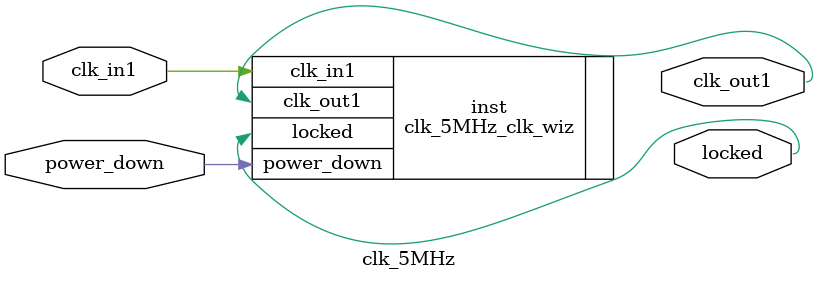
<source format=v>


`timescale 1ps/1ps

(* CORE_GENERATION_INFO = "clk_5MHz,clk_wiz_v6_0_2_0_0,{component_name=clk_5MHz,use_phase_alignment=true,use_min_o_jitter=false,use_max_i_jitter=false,use_dyn_phase_shift=false,use_inclk_switchover=false,use_dyn_reconfig=false,enable_axi=0,feedback_source=FDBK_AUTO,PRIMITIVE=MMCM,num_out_clk=1,clkin1_period=10.000,clkin2_period=10.000,use_power_down=true,use_reset=false,use_locked=true,use_inclk_stopped=false,feedback_type=SINGLE,CLOCK_MGR_TYPE=NA,manual_override=false}" *)

module clk_5MHz 
 (
  // Clock out ports
  output        clk_out1,
  // Status and control signals
  input         power_down,
  output        locked,
 // Clock in ports
  input         clk_in1
 );

  clk_5MHz_clk_wiz inst
  (
  // Clock out ports  
  .clk_out1(clk_out1),
  // Status and control signals               
  .power_down(power_down),
  .locked(locked),
 // Clock in ports
  .clk_in1(clk_in1)
  );

endmodule

</source>
